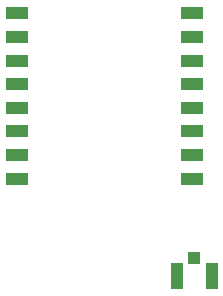
<source format=gbr>
G04 EAGLE Gerber RS-274X export*
G75*
%MOMM*%
%FSLAX34Y34*%
%LPD*%
%INSolderpaste Top*%
%IPPOS*%
%AMOC8*
5,1,8,0,0,1.08239X$1,22.5*%
G01*
%ADD10R,1.000000X1.050000*%
%ADD11R,1.050000X2.200000*%
%ADD12R,1.950000X1.050000*%


D10*
X304800Y53350D03*
D11*
X319550Y38100D03*
X290050Y38100D03*
D12*
X154600Y260500D03*
X154600Y240500D03*
X154600Y220500D03*
X154600Y200500D03*
X154600Y180500D03*
X154600Y160500D03*
X154600Y140500D03*
X154600Y120500D03*
X302600Y120500D03*
X302600Y140500D03*
X302600Y160500D03*
X302600Y180500D03*
X302600Y200500D03*
X302600Y220500D03*
X302600Y240500D03*
X302600Y260500D03*
M02*

</source>
